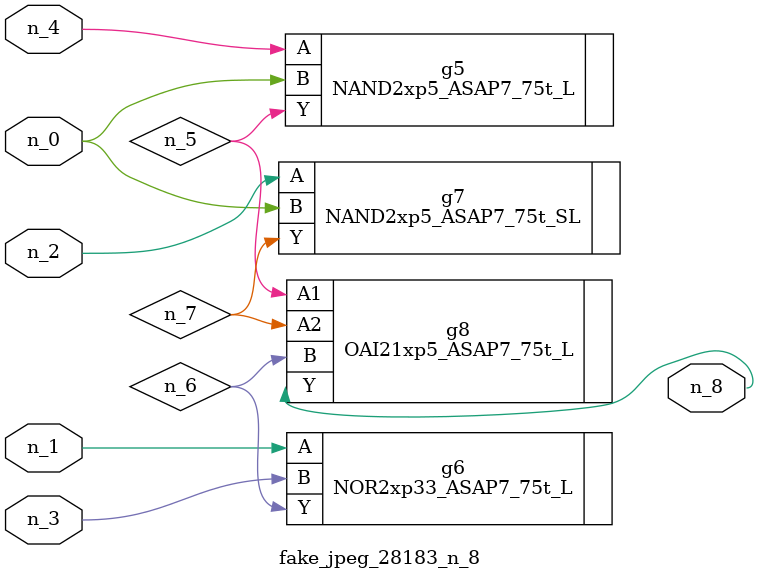
<source format=v>
module fake_jpeg_28183_n_8 (n_3, n_2, n_1, n_0, n_4, n_8);

input n_3;
input n_2;
input n_1;
input n_0;
input n_4;

output n_8;

wire n_6;
wire n_5;
wire n_7;

NAND2xp5_ASAP7_75t_L g5 ( 
.A(n_4),
.B(n_0),
.Y(n_5)
);

NOR2xp33_ASAP7_75t_L g6 ( 
.A(n_1),
.B(n_3),
.Y(n_6)
);

NAND2xp5_ASAP7_75t_SL g7 ( 
.A(n_2),
.B(n_0),
.Y(n_7)
);

OAI21xp5_ASAP7_75t_L g8 ( 
.A1(n_5),
.A2(n_7),
.B(n_6),
.Y(n_8)
);


endmodule
</source>
